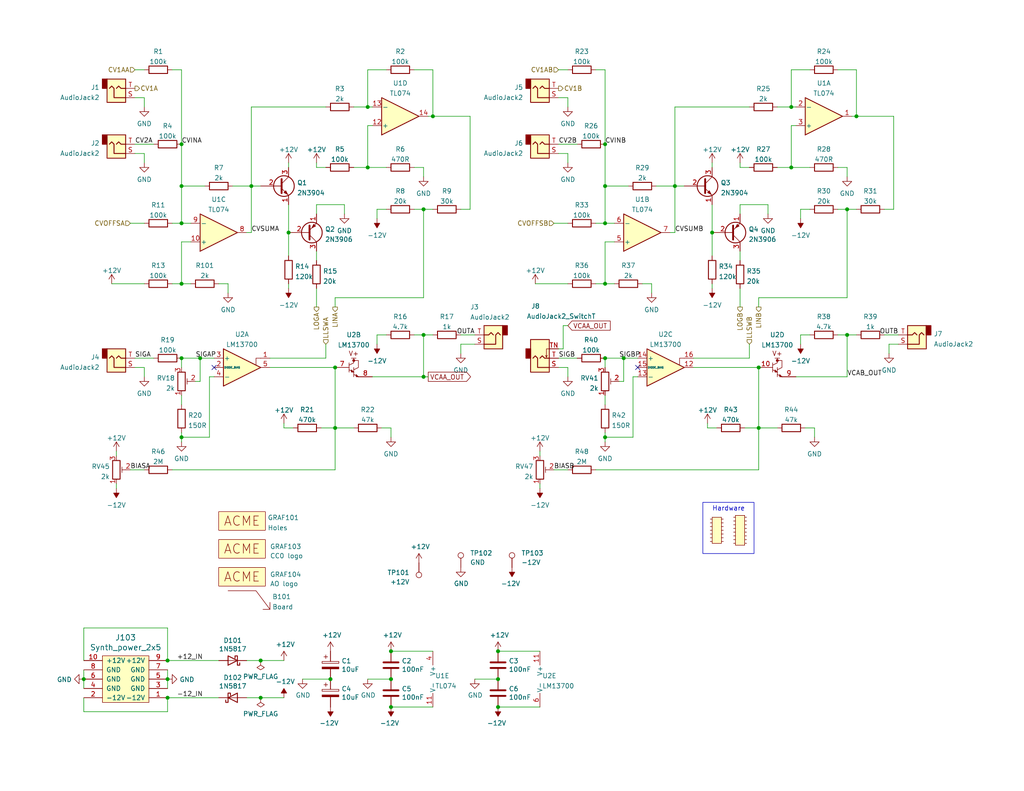
<source format=kicad_sch>
(kicad_sch (version 20230121) (generator eeschema)
  (paper "USLetter")
  (title_block (title "MFOS Dual log/lin VCA") (date "2021-12-19") (company "Rich Holmes / Analog Output") (comment 1 "or neighboring rights to this work. Published from United States.") (comment 2 "To the extent possible under law, Richard Holmes has waived all copyright and related ") (comment 3 "Circuit design by Ray Wilson"))
  (junction (at 100.33 45.72))
  (junction (at 135.89 185.42))
  (junction (at 68.58 50.8))
  (junction (at 106.68 177.8))
  (junction (at 231.14 91.44))
  (junction (at 184.15 50.8))
  (junction (at 91.44 116.84))
  (junction (at 71.12 190.5))
  (junction (at 231.14 57.15))
  (junction (at 71.12 180.34))
  (junction (at 233.68 31.75))
  (junction (at 106.68 185.42))
  (junction (at 115.57 91.44))
  (junction (at 100.33 29.21))
  (junction (at 49.53 39.37))
  (junction (at 165.1 39.37))
  (junction (at 49.53 97.79))
  (junction (at 165.1 119.38))
  (junction (at 49.53 60.96))
  (junction (at 22.86 185.42))
  (junction (at 165.1 77.47))
  (junction (at 49.53 77.47))
  (junction (at 54.61 97.79))
  (junction (at 135.89 193.04))
  (junction (at 118.11 31.75))
  (junction (at 115.57 102.87))
  (junction (at 78.74 63.5))
  (junction (at 49.53 119.38))
  (junction (at 215.9 29.21))
  (junction (at 91.44 100.33))
  (junction (at 115.57 57.15))
  (junction (at 165.1 50.8))
  (junction (at 207.01 116.84))
  (junction (at 90.17 185.42))
  (junction (at 45.72 190.5))
  (junction (at 135.89 177.8))
  (junction (at 165.1 97.79))
  (junction (at 194.31 63.5))
  (junction (at 170.18 97.79))
  (junction (at 165.1 60.96))
  (junction (at 215.9 45.72))
  (junction (at 49.53 50.8))
  (junction (at 106.68 193.04))
  (junction (at 45.72 185.42))
  (junction (at 45.72 180.34))
  (junction (at 207.01 100.33))
  (no_connect (at 58.42 100.33))
  (no_connect (at 173.99 100.33))
  (wire (pts (xy 162.56 60.96) (xy 165.1 60.96)))
  (wire (pts (xy 100.33 19.05) (xy 100.33 29.21)))
  (wire (pts (xy 193.04 116.84) (xy 195.58 116.84)))
  (wire (pts (xy 147.32 177.8) (xy 135.89 177.8)))
  (wire (pts (xy 153.67 88.9) (xy 153.67 95.25)))
  (wire (pts (xy 129.54 185.42) (xy 135.89 185.42)))
  (wire (pts (xy 231.14 57.15) (xy 233.68 57.15)))
  (wire (pts (xy 215.9 34.29) (xy 215.9 45.72)))
  (wire (pts (xy 231.14 102.87) (xy 217.17 102.87)))
  (wire (pts (xy 201.93 71.12) (xy 201.93 68.58)))
  (wire (pts (xy 49.53 120.65) (xy 49.53 119.38)))
  (wire (pts (xy 154.94 26.67) (xy 154.94 29.21)))
  (wire (pts (xy 73.66 97.79) (xy 88.9 97.79)))
  (wire (pts (xy 177.8 77.47) (xy 177.8 80.01)))
  (wire (pts (xy 154.94 100.33) (xy 154.94 102.87)))
  (wire (pts (xy 231.14 91.44) (xy 233.68 91.44)))
  (wire (pts (xy 36.83 41.91) (xy 39.37 41.91)))
  (wire (pts (xy 167.64 77.47) (xy 165.1 77.47)))
  (wire (pts (xy 207.01 81.28) (xy 231.14 81.28)))
  (wire (pts (xy 170.18 104.14) (xy 170.18 97.79)))
  (wire (pts (xy 105.41 19.05) (xy 100.33 19.05)))
  (wire (pts (xy 184.15 63.5) (xy 182.88 63.5)))
  (wire (pts (xy 231.14 81.28) (xy 231.14 57.15)))
  (wire (pts (xy 22.86 190.5) (xy 22.86 194.31)))
  (wire (pts (xy 68.58 50.8) (xy 68.58 63.5)))
  (wire (pts (xy 73.66 100.33) (xy 91.44 100.33)))
  (wire (pts (xy 152.4 19.05) (xy 154.94 19.05)))
  (wire (pts (xy 115.57 57.15) (xy 118.11 57.15)))
  (wire (pts (xy 78.74 69.85) (xy 78.74 63.5)))
  (wire (pts (xy 193.04 115.57) (xy 193.04 116.84)))
  (wire (pts (xy 115.57 81.28) (xy 115.57 57.15)))
  (wire (pts (xy 49.53 66.04) (xy 52.07 66.04)))
  (wire (pts (xy 125.73 93.98) (xy 125.73 96.52)))
  (wire (pts (xy 201.93 44.45) (xy 201.93 45.72)))
  (wire (pts (xy 113.03 19.05) (xy 118.11 19.05)))
  (wire (pts (xy 245.11 91.44) (xy 241.3 91.44)))
  (wire (pts (xy 59.69 77.47) (xy 62.23 77.47)))
  (wire (pts (xy 71.12 180.34) (xy 77.47 180.34)))
  (wire (pts (xy 115.57 91.44) (xy 118.11 91.44)))
  (wire (pts (xy 52.07 77.47) (xy 49.53 77.47)))
  (wire (pts (xy 201.93 45.72) (xy 204.47 45.72)))
  (wire (pts (xy 100.33 45.72) (xy 105.41 45.72)))
  (wire (pts (xy 46.99 128.27) (xy 91.44 128.27)))
  (wire (pts (xy 39.37 41.91) (xy 39.37 44.45)))
  (wire (pts (xy 222.25 116.84) (xy 222.25 119.38)))
  (wire (pts (xy 125.73 57.15) (xy 128.27 57.15)))
  (wire (pts (xy 219.71 116.84) (xy 222.25 116.84)))
  (wire (pts (xy 218.44 91.44) (xy 220.98 91.44)))
  (wire (pts (xy 151.13 128.27) (xy 154.94 128.27)))
  (wire (pts (xy 194.31 45.72) (xy 194.31 44.45)))
  (wire (pts (xy 242.57 93.98) (xy 242.57 96.52)))
  (wire (pts (xy 165.1 119.38) (xy 172.72 119.38)))
  (wire (pts (xy 218.44 91.44) (xy 218.44 93.98)))
  (wire (pts (xy 162.56 77.47) (xy 165.1 77.47)))
  (wire (pts (xy 115.57 102.87) (xy 115.57 91.44)))
  (wire (pts (xy 203.2 116.84) (xy 207.01 116.84)))
  (wire (pts (xy 232.41 31.75) (xy 233.68 31.75)))
  (wire (pts (xy 35.56 60.96) (xy 39.37 60.96)))
  (wire (pts (xy 45.72 190.5) (xy 59.69 190.5)))
  (wire (pts (xy 22.86 180.34) (xy 22.86 171.45)))
  (wire (pts (xy 71.12 50.8) (xy 68.58 50.8)))
  (wire (pts (xy 207.01 116.84) (xy 212.09 116.84)))
  (wire (pts (xy 171.45 50.8) (xy 165.1 50.8)))
  (wire (pts (xy 86.36 71.12) (xy 86.36 68.58)))
  (wire (pts (xy 228.6 19.05) (xy 233.68 19.05)))
  (wire (pts (xy 68.58 29.21) (xy 68.58 50.8)))
  (wire (pts (xy 78.74 63.5) (xy 78.74 55.88)))
  (wire (pts (xy 39.37 26.67) (xy 39.37 29.21)))
  (wire (pts (xy 104.14 116.84) (xy 106.68 116.84)))
  (wire (pts (xy 116.84 102.87) (xy 115.57 102.87)))
  (wire (pts (xy 62.23 77.47) (xy 62.23 80.01)))
  (wire (pts (xy 201.93 58.42) (xy 201.93 55.88)))
  (wire (pts (xy 165.1 39.37) (xy 165.1 50.8)))
  (wire (pts (xy 207.01 128.27) (xy 207.01 116.84)))
  (wire (pts (xy 231.14 102.87) (xy 231.14 91.44)))
  (wire (pts (xy 194.31 63.5) (xy 194.31 55.88)))
  (wire (pts (xy 87.63 116.84) (xy 91.44 116.84)))
  (wire (pts (xy 242.57 93.98) (xy 245.11 93.98)))
  (wire (pts (xy 49.53 60.96) (xy 52.07 60.96)))
  (wire (pts (xy 30.48 77.47) (xy 39.37 77.47)))
  (wire (pts (xy 151.13 60.96) (xy 154.94 60.96)))
  (wire (pts (xy 215.9 29.21) (xy 212.09 29.21)))
  (wire (pts (xy 88.9 97.79) (xy 88.9 93.98)))
  (wire (pts (xy 209.55 55.88) (xy 209.55 58.42)))
  (wire (pts (xy 218.44 59.69) (xy 218.44 57.15)))
  (wire (pts (xy 115.57 102.87) (xy 101.6 102.87)))
  (wire (pts (xy 165.1 120.65) (xy 165.1 119.38)))
  (wire (pts (xy 36.83 39.37) (xy 41.91 39.37)))
  (wire (pts (xy 36.83 100.33) (xy 39.37 100.33)))
  (wire (pts (xy 217.17 29.21) (xy 215.9 29.21)))
  (wire (pts (xy 184.15 29.21) (xy 184.15 50.8)))
  (wire (pts (xy 46.99 19.05) (xy 49.53 19.05)))
  (wire (pts (xy 35.56 128.27) (xy 39.37 128.27)))
  (wire (pts (xy 147.32 124.46) (xy 147.32 123.19)))
  (wire (pts (xy 147.32 133.35) (xy 147.32 132.08)))
  (wire (pts (xy 147.32 193.04) (xy 135.89 193.04)))
  (wire (pts (xy 57.15 119.38) (xy 57.15 102.87)))
  (wire (pts (xy 165.1 66.04) (xy 167.64 66.04)))
  (wire (pts (xy 165.1 119.38) (xy 165.1 118.11)))
  (wire (pts (xy 162.56 19.05) (xy 165.1 19.05)))
  (wire (pts (xy 194.31 78.74) (xy 194.31 77.47)))
  (wire (pts (xy 186.69 50.8) (xy 184.15 50.8)))
  (wire (pts (xy 165.1 100.33) (xy 165.1 97.79)))
  (wire (pts (xy 91.44 116.84) (xy 96.52 116.84)))
  (wire (pts (xy 45.72 182.88) (xy 45.72 185.42)))
  (wire (pts (xy 101.6 34.29) (xy 100.33 34.29)))
  (wire (pts (xy 49.53 50.8) (xy 49.53 60.96)))
  (wire (pts (xy 152.4 41.91) (xy 154.94 41.91)))
  (wire (pts (xy 71.12 190.5) (xy 77.47 190.5)))
  (wire (pts (xy 102.87 91.44) (xy 105.41 91.44)))
  (wire (pts (xy 36.83 19.05) (xy 39.37 19.05)))
  (wire (pts (xy 115.57 45.72) (xy 115.57 48.26)))
  (wire (pts (xy 231.14 45.72) (xy 231.14 48.26)))
  (wire (pts (xy 49.53 119.38) (xy 49.53 118.11)))
  (wire (pts (xy 93.98 55.88) (xy 93.98 58.42)))
  (wire (pts (xy 45.72 194.31) (xy 45.72 190.5)))
  (wire (pts (xy 91.44 128.27) (xy 91.44 116.84)))
  (wire (pts (xy 233.68 31.75) (xy 243.84 31.75)))
  (wire (pts (xy 154.94 88.9) (xy 153.67 88.9)))
  (wire (pts (xy 220.98 19.05) (xy 215.9 19.05)))
  (wire (pts (xy 165.1 97.79) (xy 170.18 97.79)))
  (wire (pts (xy 152.4 39.37) (xy 157.48 39.37)))
  (wire (pts (xy 113.03 45.72) (xy 115.57 45.72)))
  (wire (pts (xy 228.6 57.15) (xy 231.14 57.15)))
  (wire (pts (xy 165.1 77.47) (xy 165.1 66.04)))
  (wire (pts (xy 128.27 57.15) (xy 128.27 31.75)))
  (wire (pts (xy 125.73 93.98) (xy 129.54 93.98)))
  (wire (pts (xy 45.72 171.45) (xy 45.72 180.34)))
  (wire (pts (xy 78.74 45.72) (xy 78.74 44.45)))
  (wire (pts (xy 152.4 100.33) (xy 154.94 100.33)))
  (wire (pts (xy 53.34 104.14) (xy 54.61 104.14)))
  (wire (pts (xy 243.84 57.15) (xy 243.84 31.75)))
  (wire (pts (xy 102.87 91.44) (xy 102.87 93.98)))
  (wire (pts (xy 165.1 60.96) (xy 167.64 60.96)))
  (wire (pts (xy 113.03 91.44) (xy 115.57 91.44)))
  (wire (pts (xy 54.61 104.14) (xy 54.61 97.79)))
  (wire (pts (xy 189.23 97.79) (xy 204.47 97.79)))
  (wire (pts (xy 172.72 102.87) (xy 173.99 102.87)))
  (wire (pts (xy 118.11 177.8) (xy 106.68 177.8)))
  (wire (pts (xy 96.52 45.72) (xy 100.33 45.72)))
  (wire (pts (xy 82.55 185.42) (xy 90.17 185.42)))
  (wire (pts (xy 228.6 91.44) (xy 231.14 91.44)))
  (wire (pts (xy 45.72 185.42) (xy 45.72 187.96)))
  (wire (pts (xy 55.88 50.8) (xy 49.53 50.8)))
  (wire (pts (xy 49.53 97.79) (xy 54.61 97.79)))
  (wire (pts (xy 146.05 77.47) (xy 154.94 77.47)))
  (wire (pts (xy 241.3 57.15) (xy 243.84 57.15)))
  (wire (pts (xy 36.83 97.79) (xy 41.91 97.79)))
  (wire (pts (xy 204.47 97.79) (xy 204.47 93.98)))
  (wire (pts (xy 204.47 29.21) (xy 184.15 29.21)))
  (wire (pts (xy 63.5 50.8) (xy 68.58 50.8)))
  (wire (pts (xy 100.33 34.29) (xy 100.33 45.72)))
  (wire (pts (xy 165.1 19.05) (xy 165.1 39.37)))
  (wire (pts (xy 54.61 97.79) (xy 58.42 97.79)))
  (wire (pts (xy 168.91 104.14) (xy 170.18 104.14)))
  (wire (pts (xy 49.53 39.37) (xy 49.53 50.8)))
  (wire (pts (xy 31.75 124.46) (xy 31.75 123.19)))
  (wire (pts (xy 207.01 83.82) (xy 207.01 81.28)))
  (wire (pts (xy 86.36 83.82) (xy 86.36 78.74)))
  (wire (pts (xy 68.58 63.5) (xy 67.31 63.5)))
  (wire (pts (xy 78.74 78.74) (xy 78.74 77.47)))
  (wire (pts (xy 212.09 45.72) (xy 215.9 45.72)))
  (wire (pts (xy 77.47 115.57) (xy 77.47 116.84)))
  (wire (pts (xy 118.11 31.75) (xy 128.27 31.75)))
  (wire (pts (xy 49.53 119.38) (xy 57.15 119.38)))
  (wire (pts (xy 129.54 91.44) (xy 125.73 91.44)))
  (wire (pts (xy 67.31 190.5) (xy 71.12 190.5)))
  (wire (pts (xy 91.44 81.28) (xy 115.57 81.28)))
  (wire (pts (xy 228.6 45.72) (xy 231.14 45.72)))
  (wire (pts (xy 217.17 34.29) (xy 215.9 34.29)))
  (wire (pts (xy 233.68 19.05) (xy 233.68 31.75)))
  (wire (pts (xy 100.33 185.42) (xy 106.68 185.42)))
  (wire (pts (xy 207.01 100.33) (xy 207.01 116.84)))
  (wire (pts (xy 49.53 19.05) (xy 49.53 39.37)))
  (wire (pts (xy 184.15 50.8) (xy 184.15 63.5)))
  (wire (pts (xy 102.87 59.69) (xy 102.87 57.15)))
  (wire (pts (xy 175.26 77.47) (xy 177.8 77.47)))
  (wire (pts (xy 49.53 77.47) (xy 49.53 66.04)))
  (wire (pts (xy 45.72 180.34) (xy 59.69 180.34)))
  (wire (pts (xy 106.68 116.84) (xy 106.68 119.38)))
  (wire (pts (xy 118.11 193.04) (xy 106.68 193.04)))
  (wire (pts (xy 172.72 119.38) (xy 172.72 102.87)))
  (wire (pts (xy 46.99 77.47) (xy 49.53 77.47)))
  (wire (pts (xy 194.31 69.85) (xy 194.31 63.5)))
  (wire (pts (xy 86.36 55.88) (xy 93.98 55.88)))
  (wire (pts (xy 179.07 50.8) (xy 184.15 50.8)))
  (wire (pts (xy 152.4 26.67) (xy 154.94 26.67)))
  (wire (pts (xy 116.84 31.75) (xy 118.11 31.75)))
  (wire (pts (xy 189.23 100.33) (xy 207.01 100.33)))
  (wire (pts (xy 46.99 60.96) (xy 49.53 60.96)))
  (wire (pts (xy 100.33 29.21) (xy 96.52 29.21)))
  (wire (pts (xy 201.93 55.88) (xy 209.55 55.88)))
  (wire (pts (xy 170.18 97.79) (xy 173.99 97.79)))
  (wire (pts (xy 91.44 100.33) (xy 91.44 116.84)))
  (wire (pts (xy 77.47 116.84) (xy 80.01 116.84)))
  (wire (pts (xy 101.6 29.21) (xy 100.33 29.21)))
  (wire (pts (xy 165.1 110.49) (xy 165.1 107.95)))
  (wire (pts (xy 113.03 57.15) (xy 115.57 57.15)))
  (wire (pts (xy 165.1 50.8) (xy 165.1 60.96)))
  (wire (pts (xy 39.37 100.33) (xy 39.37 102.87)))
  (wire (pts (xy 152.4 97.79) (xy 157.48 97.79)))
  (wire (pts (xy 86.36 45.72) (xy 88.9 45.72)))
  (wire (pts (xy 215.9 45.72) (xy 220.98 45.72)))
  (wire (pts (xy 102.87 57.15) (xy 105.41 57.15)))
  (wire (pts (xy 218.44 57.15) (xy 220.98 57.15)))
  (wire (pts (xy 215.9 19.05) (xy 215.9 29.21)))
  (wire (pts (xy 57.15 102.87) (xy 58.42 102.87)))
  (wire (pts (xy 162.56 128.27) (xy 207.01 128.27)))
  (wire (pts (xy 22.86 171.45) (xy 45.72 171.45)))
  (wire (pts (xy 91.44 83.82) (xy 91.44 81.28)))
  (wire (pts (xy 86.36 44.45) (xy 86.36 45.72)))
  (wire (pts (xy 49.53 110.49) (xy 49.53 107.95)))
  (wire (pts (xy 201.93 83.82) (xy 201.93 78.74)))
  (wire (pts (xy 22.86 185.42) (xy 22.86 187.96)))
  (wire (pts (xy 86.36 58.42) (xy 86.36 55.88)))
  (wire (pts (xy 154.94 41.91) (xy 154.94 44.45)))
  (wire (pts (xy 67.31 180.34) (xy 71.12 180.34)))
  (wire (pts (xy 49.53 100.33) (xy 49.53 97.79)))
  (wire (pts (xy 31.75 133.35) (xy 31.75 132.08)))
  (wire (pts (xy 36.83 26.67) (xy 39.37 26.67)))
  (wire (pts (xy 22.86 182.88) (xy 22.86 185.42)))
  (wire (pts (xy 22.86 194.31) (xy 45.72 194.31)))
  (wire (pts (xy 88.9 29.21) (xy 68.58 29.21)))
  (wire (pts (xy 153.67 95.25) (xy 152.4 95.25)))
  (wire (pts (xy 118.11 19.05) (xy 118.11 31.75)))
  (rectangle (start 191.77 137.16) (end 205.74 151.13))
  (text "Hardware" (at 194.31 139.7 0) (effects (font (size 1.27 1.27)) (justify left bottom)))
  (label "CVINA" (at 49.53 39.37 0))
  (label "CV2A" (at 36.83 39.37 0))
  (label "OUTA" (at 129.54 91.44 180))
  (label "+12_IN" (at 48.26 180.34 0))
  (label "CVSUMA" (at 68.58 63.5 0))
  (label "CVINB" (at 165.1 39.37 0))
  (label "CVSUMB" (at 184.15 63.5 0))
  (label "CV2B" (at 152.4 39.37 0))
  (label "OUTB" (at 245.11 91.44 180))
  (label "VCAB_OUT" (at 231.14 102.87 0))
  (label "BIASB" (at 151.13 128.27 0))
  (label "BIASA" (at 35.56 128.27 0))
  (label "SIGBP" (at 168.91 97.79 0))
  (label "-12_IN" (at 48.26 190.5 0))
  (label "SIGB" (at 152.4 97.79 0))
  (label "SIGA" (at 36.83 97.79 0))
  (label "SIGAP" (at 53.34 97.79 0))
  (global_label "VCAA_OUT" (shape output) (at 116.84 102.87 0) (property "Intersheetrefs" "${INTERSHEET_REFS}" (effects hide)))
  (global_label "VCAA_OUT" (shape input) (at 154.94 88.9 0) (property "Intersheetrefs" "${INTERSHEET_REFS}" (effects hide)))
  (hierarchical_label "LLSWB" (shape input) (at 204.47 93.98 90))
  (hierarchical_label "LOGB" (shape output) (at 201.93 83.82 270))
  (hierarchical_label "CV1AA" (shape input) (at 36.83 19.05 180))
  (hierarchical_label "LLSWA" (shape input) (at 88.9 93.98 90))
  (hierarchical_label "LINA" (shape output) (at 91.44 83.82 270))
  (hierarchical_label "LINB" (shape output) (at 207.01 83.82 270))
  (hierarchical_label "CVOFFSB" (shape input) (at 151.13 60.96 180))
  (hierarchical_label "CV1A" (shape output) (at 36.83 24.13 0))
  (hierarchical_label "LOGA" (shape output) (at 86.36 83.82 270))
  (hierarchical_label "CV1AB" (shape input) (at 152.4 19.05 180))
  (hierarchical_label "CVOFFSA" (shape input) (at 35.56 60.96 180))
  (hierarchical_label "CV1B" (shape output) (at 152.4 24.13 0))
  (symbol (lib_id "AO_symbols:R") (at 224.79 45.72 90) (unit 1)
    (property "Reference" "R28" (at 224.79 40.7375 90))
    (property "Value" "470R" (at 224.79 43.5126 90))
    (property "Footprint" "AO_tht:R_Axial_DIN0207_L6.3mm_D2.5mm_P10.16mm_Horizontal" (effects hide))
    (property "Vendor" "Tayda" (effects hide))
  )
  (symbol (lib_id "power:GND") (at 129.54 185.42 0) (unit 1)
    (property "Reference" "#PWR0152" (effects hide))
    (property "Value" "GND" (at 129.667 189.8142 0))
  )
  (symbol (lib_id "AO_symbols:CP") (at 90.17 189.23 0) (unit 1)
    (property "Reference" "C4" (at 93.1672 188.0616 0) (effects (justify left)))
    (property "Value" "10uF" (at 93.1672 190.373 0) (effects (justify left)))
    (property "Footprint" "AO_tht:CP_Radial_D6.3mm_P2.50mm" (effects hide))
    (property "Vendor" "Tayda" (effects hide))
    (property "SKU" "A-4349" (effects hide))
    (property "Description" "Electrolytic capacitor, 2.5 mm pitch" (effects hide))
  )
  (symbol (lib_id "AO_symbols:TestPoint") (at 114.3 153.67 0) (mirror x) (unit 1) (in_bom no)
    (property "Reference" "TP101" (at 111.76 156.337 0) (effects (justify right)))
    (property "Value" "+12V" (at 111.76 158.877 0) (effects (justify right)))
    (property "Footprint" "AO_tht:TestPoint_THTPad_D1.5mm_Drill0.7mm" (effects hide))
    (property "Config" "DNF" (effects hide))
    (instances (project "dualvca" (path "" (reference "TP101") (unit 1))) (project "otherstuff" (path "" (reference "TP7") (unit 1))))
  )
  (symbol (lib_id "AO_symbols:R") (at 59.69 50.8 90) (unit 1)
    (property "Reference" "R7" (at 59.69 45.8175 90))
    (property "Value" "2k" (at 59.69 48.5926 90))
    (property "Footprint" "AO_tht:R_Axial_DIN0207_L6.3mm_D2.5mm_P10.16mm_Horizontal" (effects hide))
    (property "Vendor" "Tayda" (effects hide))
  )
  (symbol (lib_id "AO_symbols:R") (at 43.18 77.47 90) (unit 1)
    (property "Reference" "R13" (at 43.18 72.4875 90))
    (property "Value" "100k" (at 43.18 75.2626 90))
    (property "Footprint" "AO_tht:R_Axial_DIN0207_L6.3mm_D2.5mm_P10.16mm_Horizontal" (effects hide))
    (property "Vendor" "Tayda" (effects hide))
  )
  (symbol (lib_id "AO_symbols:AudioJack2") (at 134.62 91.44 180) (unit 1)
    (property "Reference" "J3" (at 128.27 83.82 0) (effects (justify right)))
    (property "Value" "AudioJack2" (at 128.27 86.5951 0) (effects (justify right)))
    (property "Footprint" "AO_tht:Jack_6.35mm_PJ_629HAN_slots" (effects hide))
    (property "Vendor" "Tayda" (effects hide))
    (property "SKU" "A-1121" (effects hide))
  )
  (symbol (lib_id "power:GND") (at 209.55 58.42 0) (unit 1)
    (property "Reference" "#PWR0122" (effects hide))
    (property "Value" "GND" (at 209.55 62.9825 0))
  )
  (symbol (lib_id "power:GND") (at 125.73 154.94 0) (unit 1)
    (property "Reference" "#PWR023" (effects hide))
    (property "Value" "GND" (at 125.857 159.3342 0))
  )
  (symbol (lib_id "AO_symbols:TestPoint") (at 139.7 154.94 0) (unit 1) (in_bom no)
    (property "Reference" "TP103" (at 142.24 151.003 0) (effects (justify left)))
    (property "Value" "-12V" (at 142.24 153.543 0) (effects (justify left)))
    (property "Footprint" "AO_tht:TestPoint_THTPad_D1.5mm_Drill0.7mm" (effects hide))
    (property "Config" "DNF" (effects hide))
    (instances (project "dualvca" (path "" (reference "TP103") (unit 1))) (project "otherstuff" (path "" (reference "TP9") (unit 1))))
  )
  (symbol (lib_id "power:GND") (at 154.94 44.45 0) (unit 1)
    (property "Reference" "#PWR0116" (effects hide))
    (property "Value" "GND" (at 154.94 49.0125 0))
  )
  (symbol (lib_id "AO_symbols:TL074") (at 109.22 31.75 0) (mirror x) (unit 4)
    (property "Reference" "U1" (at 109.22 22.7035 0))
    (property "Value" "TL074" (at 109.22 25.4786 0))
    (property "Footprint" "AO_tht:DIP-14_W7.62mm_Socket_LongPads" (effects hide))
    (property "Vendor" "Tayda" (effects hide))
    (property "SKU" "A-1138" (effects hide))
  )
  (symbol (lib_id "AO_symbols:AudioJack2_SwitchT") (at 147.32 97.79 0) (mirror x) (unit 1)
    (property "Reference" "J8" (at 147.32 83.5849 0) (effects (justify right)))
    (property "Value" "AudioJack2_SwitchT" (at 162.56 86.36 0) (effects (justify right)))
    (property "Footprint" "AO_tht:Jack_6.35mm_PJ_629HAN_slots" (effects hide))
    (property "Vendor" "Tayda" (effects hide))
    (property "SKU" "A-1121" (effects hide))
  )
  (symbol (lib_id "AO_symbols:R") (at 158.75 60.96 90) (unit 1)
    (property "Reference" "R33" (at 158.75 55.9775 90))
    (property "Value" "100k" (at 158.75 58.7526 90))
    (property "Footprint" "AO_tht:R_Axial_DIN0207_L6.3mm_D2.5mm_P10.16mm_Horizontal" (effects hide))
    (property "Vendor" "Tayda" (effects hide))
  )
  (symbol (lib_id "AO_symbols:R") (at 83.82 116.84 90) (unit 1)
    (property "Reference" "R21" (at 83.82 111.8575 90))
    (property "Value" "470k" (at 83.82 114.6326 90))
    (property "Footprint" "AO_tht:R_Axial_DIN0207_L6.3mm_D2.5mm_P10.16mm_Horizontal" (effects hide))
    (property "Vendor" "Tayda" (effects hide))
  )
  (symbol (lib_id "AO_symbols:TL074") (at 224.79 31.75 0) (mirror x) (unit 1)
    (property "Reference" "U1" (at 224.79 22.7035 0))
    (property "Value" "TL074" (at 224.79 25.4786 0))
    (property "Footprint" "AO_tht:DIP-14_W7.62mm_Socket_LongPads" (effects hide))
    (property "Vendor" "Tayda" (effects hide))
    (property "SKU" "A-1138" (effects hide))
  )
  (symbol (lib_id "AO_symbols:Graphic") (at 66.04 142.24 0) (unit 1) (in_bom no)
    (property "Reference" "GRAF101" (at 73.025 141.3315 0) (effects (justify left)))
    (property "Value" "Holes" (at 73.025 144.1066 0) (effects (justify left)))
    (property "Footprint" "mfos_vca-panel:mfos_vca_panel_100_holes" (effects hide))
    (property "Config" "DNF" (effects hide))
  )
  (symbol (lib_id "power:GND") (at 93.98 58.42 0) (unit 1)
    (property "Reference" "#PWR0121" (effects hide))
    (property "Value" "GND" (at 93.98 62.9825 0))
  )
  (symbol (lib_id "power:PWR_FLAG") (at 71.12 190.5 0) (mirror x) (unit 1)
    (property "Reference" "#FLG0102" (effects hide))
    (property "Value" "PWR_FLAG" (at 71.12 194.8942 0))
  )
  (symbol (lib_id "AO_symbols:R_POT_TRIM_3296W") (at 147.32 128.27 0) (mirror x) (unit 1)
    (property "Reference" "RV47" (at 145.542 127.3615 0) (effects (justify right)))
    (property "Value" "2k" (at 145.542 130.1366 0) (effects (justify right)))
    (property "Footprint" "AO_tht:Potentiometer_Bourns_3296W_Vertical_standard" (effects hide))
    (property "Vendor" "Tayda" (effects hide))
    (property "Manufacturer" "Bourns" (effects hide))
    (property "Part" "3296W" (effects hide))
  )
  (symbol (lib_id "AO_symbols:C") (at 135.89 189.23 0) (unit 1)
    (property "Reference" "C6" (at 138.811 188.0616 0) (effects (justify left)))
    (property "Value" "100nF" (at 138.811 190.373 0) (effects (justify left)))
    (property "Footprint" "AO_tht:C_Disc_D3.0mm_W1.6mm_P2.50mm" (effects hide))
    (property "Vendor" "Tayda" (effects hide))
    (property "SKU" "A-553" (effects hide))
    (property "Description" "Ceramic disc capacitor, 5 mm pitch" (effects hide))
  )
  (symbol (lib_id "AO_symbols:R") (at 194.31 73.66 0) (unit 1)
    (property "Reference" "R34" (at 196.088 72.7515 0) (effects (justify left)))
    (property "Value" "120k" (at 196.088 75.5266 0) (effects (justify left)))
    (property "Footprint" "AO_tht:R_Axial_DIN0207_L6.3mm_D2.5mm_P10.16mm_Horizontal" (effects hide))
    (property "Vendor" "Tayda" (effects hide))
  )
  (symbol (lib_id "AO_symbols:1N5817") (at 63.5 190.5 0) (mirror x) (unit 1)
    (property "Reference" "D102" (at 63.5 185.0136 0))
    (property "Value" "1N5817" (at 63.5 187.325 0))
    (property "Footprint" "AO_tht:D_DO-41_SOD81_P10.16mm_Horizontal" (effects hide))
    (property "Vendor" "Tayda" (effects hide))
    (property "SKU" "A-159" (effects hide))
  )
  (symbol (lib_id "AO_symbols:R") (at 158.75 128.27 90) (unit 1)
    (property "Reference" "R48" (at 158.75 123.2875 90))
    (property "Value" "2M" (at 158.75 126.0626 90))
    (property "Footprint" "AO_tht:R_Axial_DIN0207_L6.3mm_D2.5mm_P10.16mm_Horizontal" (effects hide))
    (property "Vendor" "Tayda" (effects hide))
  )
  (symbol (lib_id "power:+12V") (at 77.47 180.34 0) (unit 1)
    (property "Reference" "#PWR0105" (effects hide))
    (property "Value" "+12V" (at 77.851 175.9458 0))
  )
  (symbol (lib_id "AO_symbols:R") (at 109.22 19.05 90) (unit 1)
    (property "Reference" "R2" (at 109.22 14.0675 90))
    (property "Value" "100k" (at 109.22 16.8426 90))
    (property "Footprint" "AO_tht:R_Axial_DIN0207_L6.3mm_D2.5mm_P10.16mm_Horizontal" (effects hide))
    (property "Vendor" "Tayda" (effects hide))
  )
  (symbol (lib_id "AO_symbols:LM13700") (at 66.04 100.33 0) (mirror x) (unit 1)
    (property "Reference" "U2" (at 66.04 91.2835 0))
    (property "Value" "LM13700" (at 66.04 94.0586 0))
    (property "Footprint" "AO_tht:DIP-16_W7.62mm_Socket_LongPads" (effects hide))
    (property "Vendor" "Tayda" (effects hide))
    (property "SKU" "A-900" (effects hide))
  )
  (symbol (lib_id "power:GND") (at 125.73 96.52 0) (mirror y) (unit 1)
    (property "Reference" "#PWR0133" (effects hide))
    (property "Value" "GND" (at 125.73 101.0825 0))
  )
  (symbol (lib_id "power:-12V") (at 102.87 93.98 0) (mirror x) (unit 1)
    (property "Reference" "#PWR0131" (effects hide))
    (property "Value" "-12V" (at 102.87 98.5425 0))
  )
  (symbol (lib_id "power:+12V") (at 146.05 77.47 0) (unit 1)
    (property "Reference" "#PWR0126" (effects hide))
    (property "Value" "+12V" (at 146.05 73.8655 0))
  )
  (symbol (lib_id "AO_symbols:LM13700") (at 214.63 100.33 0) (unit 4)
    (property "Reference" "U2" (at 212.09 91.4199 0))
    (property "Value" "LM13700" (at 212.09 94.195 0))
    (property "Footprint" "AO_tht:DIP-16_W7.62mm_Socket_LongPads" (effects hide))
    (property "Vendor" "Tayda" (effects hide))
    (property "SKU" "A-900" (effects hide))
  )
  (symbol (lib_id "AO_symbols:R") (at 161.29 39.37 90) (unit 1)
    (property "Reference" "R26" (at 161.29 34.3875 90))
    (property "Value" "100k" (at 161.29 37.1626 90))
    (property "Footprint" "AO_tht:R_Axial_DIN0207_L6.3mm_D2.5mm_P10.16mm_Horizontal" (effects hide))
    (property "Vendor" "Tayda" (effects hide))
  )
  (symbol (lib_id "AO_symbols:LM13700") (at 99.06 100.33 0) (unit 2)
    (property "Reference" "U2" (at 96.52 91.4199 0))
    (property "Value" "LM13700" (at 96.52 94.195 0))
    (property "Footprint" "AO_tht:DIP-16_W7.62mm_Socket_LongPads" (effects hide))
    (property "Vendor" "Tayda" (effects hide))
    (property "SKU" "A-900" (effects hide))
  )
  (symbol (lib_id "AO_symbols:R") (at 43.18 19.05 90) (unit 1)
    (property "Reference" "R1" (at 43.18 14.0675 90))
    (property "Value" "100k" (at 43.18 16.8426 90))
    (property "Footprint" "AO_tht:R_Axial_DIN0207_L6.3mm_D2.5mm_P10.16mm_Horizontal" (effects hide))
    (property "Vendor" "Tayda" (effects hide))
  )
  (symbol (lib_id "AO_symbols:R_POT_TRIM_3296W") (at 31.75 128.27 0) (mirror x) (unit 1)
    (property "Reference" "RV45" (at 29.972 127.3615 0) (effects (justify right)))
    (property "Value" "2k" (at 29.972 130.1366 0) (effects (justify right)))
    (property "Footprint" "AO_tht:Potentiometer_Bourns_3296W_Vertical_standard" (effects hide))
    (property "Vendor" "Tayda" (effects hide))
    (property "Manufacturer" "Bourns" (effects hide))
    (property "Part" "3296W" (effects hide))
  )
  (symbol (lib_id "AO_symbols:R") (at 45.72 97.79 90) (unit 1)
    (property "Reference" "R19" (at 45.72 92.8075 90))
    (property "Value" "100k" (at 45.72 95.5826 90))
    (property "Footprint" "AO_tht:R_Axial_DIN0207_L6.3mm_D2.5mm_P10.16mm_Horizontal" (effects hide))
    (property "Vendor" "Tayda" (effects hide))
  )
  (symbol (lib_id "AO_symbols:AudioJack2") (at 31.75 24.13 0) (mirror x) (unit 1)
    (property "Reference" "J1" (at 27.1781 23.8565 0) (effects (justify right)))
    (property "Value" "AudioJack2" (at 27.1781 26.6316 0) (effects (justify right)))
    (property "Footprint" "AO_tht:Jack_6.35mm_PJ_629HAN_slots" (effects hide))
    (property "Vendor" "Tayda" (effects hide))
    (property "SKU" "A-1121" (effects hide))
  )
  (symbol (lib_id "power:-12V") (at 147.32 133.35 0) (mirror x) (unit 1)
    (property "Reference" "#PWR0150" (effects hide))
    (property "Value" "-12V" (at 147.32 137.9125 0))
  )
  (symbol (lib_id "power:GND") (at 45.72 185.42 90) (mirror x) (unit 1)
    (property "Reference" "#PWR0104" (effects hide))
    (property "Value" "GND" (at 48.9712 185.547 90) (effects (justify right)))
  )
  (symbol (lib_id "power:GND") (at 39.37 29.21 0) (unit 1)
    (property "Reference" "#PWR0111" (effects hide))
    (property "Value" "GND" (at 39.37 33.7725 0))
  )
  (symbol (lib_id "power:GND") (at 100.33 185.42 0) (unit 1)
    (property "Reference" "#PWR0102" (effects hide))
    (property "Value" "GND" (at 100.457 189.8142 0))
  )
  (symbol (lib_id "AO_symbols:R") (at 49.53 114.3 0) (unit 1)
    (property "Reference" "R20" (at 51.308 113.3915 0) (effects (justify left)))
    (property "Value" "150R" (at 51.308 116.1666 0) (effects (justify left)))
    (property "Footprint" "AO_tht:R_Axial_DIN0207_L6.3mm_D2.5mm_P10.16mm_Horizontal" (effects hide))
    (property "Vendor" "Tayda" (effects hide))
  )
  (symbol (lib_id "power:+12V") (at 78.74 44.45 0) (unit 1)
    (property "Reference" "#PWR0114" (effects hide))
    (property "Value" "+12V" (at 78.74 40.8455 0))
  )
  (symbol (lib_id "power:+12V") (at 77.47 115.57 0) (unit 1)
    (property "Reference" "#PWR0137" (effects hide))
    (property "Value" "+12V" (at 77.47 111.9655 0))
  )
  (symbol (lib_id "AO_symbols:R") (at 175.26 50.8 90) (unit 1)
    (property "Reference" "R29" (at 175.26 45.8175 90))
    (property "Value" "2k" (at 175.26 48.5926 90))
    (property "Footprint" "AO_tht:R_Axial_DIN0207_L6.3mm_D2.5mm_P10.16mm_Horizontal" (effects hide))
    (property "Vendor" "Tayda" (effects hide))
  )
  (symbol (lib_id "power:+12V") (at 193.04 115.57 0) (unit 1)
    (property "Reference" "#PWR0138" (effects hide))
    (property "Value" "+12V" (at 193.04 111.9655 0))
  )
  (symbol (lib_id "AO_symbols:TestPoint") (at 125.73 154.94 0) (unit 1) (in_bom no)
    (property "Reference" "TP102" (at 128.27 151.003 0) (effects (justify left)))
    (property "Value" "GND" (at 128.27 153.543 0) (effects (justify left)))
    (property "Footprint" "AO_tht:TestPoint_THTPad_D1.5mm_Drill0.7mm" (effects hide))
    (property "Config" "DNF" (effects hide))
    (instances (project "dualvca" (path "" (reference "TP102") (unit 1))) (project "otherstuff" (path "" (reference "TP8") (unit 1))))
  )
  (symbol (lib_id "power:GND") (at 177.8 80.01 0) (unit 1)
    (property "Reference" "#PWR0130" (effects hide))
    (property "Value" "GND" (at 177.8 84.5725 0))
  )
  (symbol (lib_id "power:GND") (at 62.23 80.01 0) (unit 1)
    (property "Reference" "#PWR0129" (effects hide))
    (property "Value" "GND" (at 62.23 84.5725 0))
  )
  (symbol (lib_id "power:-12V") (at 135.89 193.04 180) (unit 1)
    (property "Reference" "#PWR0153" (effects hide))
    (property "Value" "-12V" (at 135.509 197.4342 0))
  )
  (symbol (lib_id "AO_symbols:R") (at 92.71 29.21 90) (unit 1)
    (property "Reference" "R3" (at 92.71 24.2275 90))
    (property "Value" "2k" (at 92.71 27.0026 90))
    (property "Footprint" "AO_tht:R_Axial_DIN0207_L6.3mm_D2.5mm_P10.16mm_Horizontal" (effects hide))
    (property "Vendor" "Tayda" (effects hide))
  )
  (symbol (lib_id "power:GND") (at 165.1 120.65 0) (unit 1)
    (property "Reference" "#PWR0142" (effects hide))
    (property "Value" "GND" (at 165.1 125.2125 0))
  )
  (symbol (lib_id "AO_symbols:R_POT_TRIM_3296W") (at 49.53 104.14 0) (mirror x) (unit 1)
    (property "Reference" "RV18" (at 47.752 103.2315 0) (effects (justify right)))
    (property "Value" "2k" (at 47.752 106.0066 0) (effects (justify right)))
    (property "Footprint" "AO_tht:Potentiometer_Bourns_3296W_Vertical_standard" (effects hide))
    (property "Vendor" "Tayda" (effects hide))
    (property "Manufacturer" "Bourns" (effects hide))
    (property "Part" "3296W" (effects hide))
  )
  (symbol (lib_id "AO_symbols:R") (at 158.75 77.47 90) (unit 1)
    (property "Reference" "R36" (at 158.75 72.4875 90))
    (property "Value" "100k" (at 158.75 75.2626 90))
    (property "Footprint" "AO_tht:R_Axial_DIN0207_L6.3mm_D2.5mm_P10.16mm_Horizontal" (effects hide))
    (property "Vendor" "Tayda" (effects hide))
  )
  (symbol (lib_id "AO_symbols:R") (at 208.28 45.72 90) (unit 1)
    (property "Reference" "R27" (at 208.28 40.7375 90))
    (property "Value" "100k" (at 208.28 43.5126 90))
    (property "Footprint" "AO_tht:R_Axial_DIN0207_L6.3mm_D2.5mm_P10.16mm_Horizontal" (effects hide))
    (property "Vendor" "Tayda" (effects hide))
  )
  (symbol (lib_id "AO_symbols:2N3904") (at 191.77 50.8 0) (unit 1)
    (property "Reference" "Q3" (at 196.6214 49.8915 0) (effects (justify left)))
    (property "Value" "2N3904" (at 196.6214 52.6666 0) (effects (justify left)))
    (property "Footprint" "AO_tht:TO-92_Inline_Wide" (effects hide))
    (property "Vendor" "Tayda" (effects hide))
    (property "SKU" "A-111" (effects hide))
  )
  (symbol (lib_id "power:+12V") (at 90.17 177.8 0) (unit 1)
    (property "Reference" "#PWR0106" (effects hide))
    (property "Value" "+12V" (at 90.551 173.4058 0))
  )
  (symbol (lib_id "AO_symbols:R") (at 100.33 116.84 90) (unit 1)
    (property "Reference" "R22" (at 100.33 111.8575 90))
    (property "Value" "47k" (at 100.33 114.6326 90))
    (property "Footprint" "AO_tht:R_Axial_DIN0207_L6.3mm_D2.5mm_P10.16mm_Horizontal" (effects hide))
    (property "Vendor" "Tayda" (effects hide))
  )
  (symbol (lib_id "power:-12V") (at 78.74 78.74 0) (mirror x) (unit 1)
    (property "Reference" "#PWR0127" (effects hide))
    (property "Value" "-12V" (at 78.74 83.3025 0))
  )
  (symbol (lib_id "power:+12V") (at 201.93 44.45 0) (unit 1)
    (property "Reference" "#PWR0118" (effects hide))
    (property "Value" "+12V" (at 201.93 40.8455 0))
  )
  (symbol (lib_id "AO_symbols:TL074") (at 120.65 185.42 0) (unit 5)
    (property "Reference" "U1" (at 118.745 184.5115 0) (effects (justify left)))
    (property "Value" "TL074" (at 118.745 187.2866 0) (effects (justify left)))
    (property "Footprint" "AO_tht:DIP-14_W7.62mm_Socket_LongPads" (effects hide))
    (property "Vendor" "Tayda" (effects hide))
    (property "SKU" "A-1138" (effects hide))
  )
  (symbol (lib_id "AO_symbols:Synth_power_2x5") (at 34.29 185.42 0) (unit 1)
    (property "Reference" "J103" (at 34.29 174.0662 0) (effects (font (size 1.524 1.524))))
    (property "Value" "Synth_power_2x5" (at 34.29 176.7586 0) (effects (font (size 1.524 1.524))))
    (property "Footprint" "AO_tht:Power_Header" (effects hide))
    (property "Vendor" "Tayda" (effects hide))
    (property "SKU" "A-2939" (effects hide))
  )
  (symbol (lib_id "AO_symbols:R") (at 208.28 29.21 90) (unit 1)
    (property "Reference" "R25" (at 208.28 24.2275 90))
    (property "Value" "2k" (at 208.28 27.0026 90))
    (property "Footprint" "AO_tht:R_Axial_DIN0207_L6.3mm_D2.5mm_P10.16mm_Horizontal" (effects hide))
    (property "Vendor" "Tayda" (effects hide))
  )
  (symbol (lib_id "AO_symbols:2N3906") (at 199.39 63.5 0) (mirror x) (unit 1)
    (property "Reference" "Q4" (at 204.2414 62.5915 0) (effects (justify left)))
    (property "Value" "2N3906" (at 204.2414 65.3666 0) (effects (justify left)))
    (property "Footprint" "AO_tht:TO-92_Inline_Wide" (effects hide))
    (property "Datasheet" "https://www.onsemi.com/pub/Collateral/2N3906-D.PDF" (effects hide))
    (property "Vendor" "Tayda" (effects hide))
    (property "SKU" "A-117" (effects hide))
  )
  (symbol (lib_id "AO_symbols:AudioJack2") (at 147.32 24.13 0) (mirror x) (unit 1)
    (property "Reference" "J5" (at 142.7481 23.8565 0) (effects (justify right)))
    (property "Value" "AudioJack2" (at 142.7481 26.6316 0) (effects (justify right)))
    (property "Footprint" "AO_tht:Jack_6.35mm_PJ_629HAN_slots" (effects hide))
    (property "Vendor" "Tayda" (effects hide))
    (property "SKU" "A-1121" (effects hide))
  )
  (symbol (lib_id "AO_symbols:R") (at 215.9 116.84 90) (unit 1)
    (property "Reference" "R44" (at 215.9 111.8575 90))
    (property "Value" "47k" (at 215.9 114.6326 90))
    (property "Footprint" "AO_tht:R_Axial_DIN0207_L6.3mm_D2.5mm_P10.16mm_Horizontal" (effects hide))
    (property "Vendor" "Tayda" (effects hide))
  )
  (symbol (lib_id "AO_symbols:R") (at 165.1 114.3 0) (unit 1)
    (property "Reference" "R42" (at 166.878 113.3915 0) (effects (justify left)))
    (property "Value" "150R" (at 166.878 116.1666 0) (effects (justify left)))
    (property "Footprint" "AO_tht:R_Axial_DIN0207_L6.3mm_D2.5mm_P10.16mm_Horizontal" (effects hide))
    (property "Vendor" "Tayda" (effects hide))
  )
  (symbol (lib_id "AO_symbols:R_POT_TRIM_3296W") (at 165.1 104.14 0) (mirror x) (unit 1)
    (property "Reference" "RV41" (at 163.322 103.2315 0) (effects (justify right)))
    (property "Value" "2k" (at 163.322 106.0066 0) (effects (justify right)))
    (property "Footprint" "AO_tht:Potentiometer_Bourns_3296W_Vertical_standard" (effects hide))
    (property "Vendor" "Tayda" (effects hide))
    (property "Manufacturer" "Bourns" (effects hide))
    (property "Part" "3296W" (effects hide))
  )
  (symbol (lib_id "AO_symbols:R") (at 161.29 97.79 90) (unit 1)
    (property "Reference" "R40" (at 161.29 92.8075 90))
    (property "Value" "100k" (at 161.29 95.5826 90))
    (property "Footprint" "AO_tht:R_Axial_DIN0207_L6.3mm_D2.5mm_P10.16mm_Horizontal" (effects hide))
    (property "Vendor" "Tayda" (effects hide))
  )
  (symbol (lib_id "power:GND") (at 154.94 29.21 0) (unit 1)
    (property "Reference" "#PWR0112" (effects hide))
    (property "Value" "GND" (at 154.94 33.7725 0))
  )
  (symbol (lib_id "power:+12V") (at 114.3 153.67 0) (unit 1)
    (property "Reference" "#PWR022" (effects hide))
    (property "Value" "+12V" (at 114.681 149.2758 0))
  )
  (symbol (lib_id "AO_symbols:AudioJack2") (at 147.32 39.37 0) (mirror x) (unit 1)
    (property "Reference" "J6" (at 142.7481 39.0965 0) (effects (justify right)))
    (property "Value" "AudioJack2" (at 142.7481 41.8716 0) (effects (justify right)))
    (property "Footprint" "AO_tht:Jack_6.35mm_PJ_629HAN_slots" (effects hide))
    (property "Vendor" "Tayda" (effects hide))
    (property "SKU" "A-1121" (effects hide))
  )
  (symbol (lib_id "AO_symbols:TL074") (at 59.69 63.5 0) (mirror x) (unit 3)
    (property "Reference" "U1" (at 59.69 54.4535 0))
    (property "Value" "TL074" (at 59.69 57.2286 0))
    (property "Footprint" "AO_tht:DIP-14_W7.62mm_Socket_LongPads" (effects hide))
    (property "Vendor" "Tayda" (effects hide))
    (property "SKU" "A-1138" (effects hide))
  )
  (symbol (lib_id "power:GND") (at 106.68 119.38 0) (unit 1)
    (property "Reference" "#PWR0139" (effects hide))
    (property "Value" "GND" (at 106.68 123.9425 0))
  )
  (symbol (lib_id "AO_symbols:C") (at 106.68 189.23 0) (unit 1)
    (property "Reference" "C5" (at 109.601 188.0616 0) (effects (justify left)))
    (property "Value" "100nF" (at 109.601 190.373 0) (effects (justify left)))
    (property "Footprint" "AO_tht:C_Disc_D3.0mm_W1.6mm_P2.50mm" (effects hide))
    (property "Vendor" "Tayda" (effects hide))
    (property "SKU" "A-553" (effects hide))
    (property "Description" "Ceramic disc capacitor, 5 mm pitch" (effects hide))
  )
  (symbol (lib_id "AO_symbols:R") (at 201.93 74.93 0) (unit 1)
    (property "Reference" "R35" (at 203.708 74.0215 0) (effects (justify left)))
    (property "Value" "20k" (at 203.708 76.7966 0) (effects (justify left)))
    (property "Footprint" "AO_tht:R_Axial_DIN0207_L6.3mm_D2.5mm_P10.16mm_Horizontal" (effects hide))
    (property "Vendor" "Tayda" (effects hide))
  )
  (symbol (lib_id "power:-12V") (at 102.87 59.69 0) (mirror x) (unit 1)
    (property "Reference" "#PWR0123" (effects hide))
    (property "Value" "-12V" (at 102.87 64.2525 0))
  )
  (symbol (lib_id "AO_symbols:Board") (at 68.58 163.83 0) (unit 1) (in_bom no)
    (property "Reference" "B101" (at 74.295 162.9215 0) (effects (justify left)))
    (property "Value" "Board" (at 74.295 165.6966 0) (effects (justify left)))
    (property "Footprint" "AO_tht:Board_Marker" (effects hide))
    (property "Config" "DNF" (effects hide))
  )
  (symbol (lib_id "power:GND") (at 154.94 102.87 0) (unit 1)
    (property "Reference" "#PWR0136" (effects hide))
    (property "Value" "GND" (at 154.94 107.4325 0))
  )
  (symbol (lib_id "power:+12V") (at 194.31 44.45 0) (unit 1)
    (property "Reference" "#PWR0117" (effects hide))
    (property "Value" "+12V" (at 194.31 40.8455 0))
  )
  (symbol (lib_id "AO_symbols:Graphic") (at 66.04 149.86 0) (unit 1) (in_bom no)
    (property "Reference" "GRAF103" (at 73.66 149.225 0) (effects (justify left)))
    (property "Value" "CC0 logo" (at 73.66 151.765 0) (effects (justify left)))
    (property "Footprint" "AO_tht:CC0_logo" (effects hide))
    (property "Config" "DNF" (effects hide))
  )
  (symbol (lib_id "power:-12V") (at 194.31 78.74 0) (mirror x) (unit 1)
    (property "Reference" "#PWR0128" (effects hide))
    (property "Value" "-12V" (at 194.31 83.3025 0))
  )
  (symbol (lib_id "AO_symbols:R") (at 45.72 39.37 90) (unit 1)
    (property "Reference" "R4" (at 45.72 34.3875 90))
    (property "Value" "100k" (at 45.72 37.1626 90))
    (property "Footprint" "AO_tht:R_Axial_DIN0207_L6.3mm_D2.5mm_P10.16mm_Horizontal" (effects hide))
    (property "Vendor" "Tayda" (effects hide))
  )
  (symbol (lib_id "power:+12V") (at 135.89 177.8 0) (unit 1)
    (property "Reference" "#PWR0151" (effects hide))
    (property "Value" "+12V" (at 136.271 173.4058 0))
  )
  (symbol (lib_id "power:GND") (at 222.25 119.38 0) (unit 1)
    (property "Reference" "#PWR0140" (effects hide))
    (property "Value" "GND" (at 222.25 123.9425 0))
  )
  (symbol (lib_id "AO_symbols:C") (at 135.89 181.61 0) (unit 1)
    (property "Reference" "C3" (at 138.811 180.4416 0) (effects (justify left)))
    (property "Value" "100nF" (at 138.811 182.753 0) (effects (justify left)))
    (property "Footprint" "AO_tht:C_Disc_D3.0mm_W1.6mm_P2.50mm" (effects hide))
    (property "Vendor" "Tayda" (effects hide))
    (property "SKU" "A-553" (effects hide))
    (property "Description" "Ceramic disc capacitor, 5 mm pitch" (effects hide))
  )
  (symbol (lib_id "AO_symbols:R") (at 43.18 128.27 90) (unit 1)
    (property "Reference" "R46" (at 43.18 123.2875 90))
    (property "Value" "2M" (at 43.18 126.0626 90))
    (property "Footprint" "AO_tht:R_Axial_DIN0207_L6.3mm_D2.5mm_P10.16mm_Horizontal" (effects hide))
    (property "Vendor" "Tayda" (effects hide))
  )
  (symbol (lib_id "AO_symbols:LM13700") (at 149.86 185.42 0) (unit 5)
    (property "Reference" "U2" (at 147.955 184.5115 0) (effects (justify left)))
    (property "Value" "LM13700" (at 147.955 187.2866 0) (effects (justify left)))
    (property "Footprint" "AO_tht:DIP-16_W7.62mm_Socket_LongPads" (effects hide))
    (property "Vendor" "Tayda" (effects hide))
    (property "SKU" "A-900" (effects hide))
  )
  (symbol (lib_id "power:-12V") (at 218.44 59.69 0) (mirror x) (unit 1)
    (property "Reference" "#PWR0124" (effects hide))
    (property "Value" "-12V" (at 218.44 64.2525 0))
  )
  (symbol (lib_id "power:GND") (at 82.55 185.42 0) (unit 1)
    (property "Reference" "#PWR0101" (effects hide))
    (property "Value" "GND" (at 82.677 189.8142 0))
  )
  (symbol (lib_id "AO_symbols:DIP-14") (at 195.58 144.78 0) (unit 1)
    (property "Reference" "J104" (effects hide))
    (property "Value" "DIP-14" (effects hide))
  )
  (symbol (lib_id "AO_symbols:R") (at 121.92 57.15 90) (unit 1)
    (property "Reference" "R9" (at 121.92 52.1675 90))
    (property "Value" "30k" (at 121.92 54.9426 90))
    (property "Footprint" "AO_tht:R_Axial_DIN0207_L6.3mm_D2.5mm_P10.16mm_Horizontal" (effects hide))
    (property "Vendor" "Tayda" (effects hide))
  )
  (symbol (lib_id "power:+12V") (at 86.36 44.45 0) (unit 1)
    (property "Reference" "#PWR0115" (effects hide))
    (property "Value" "+12V" (at 86.36 40.8455 0))
  )
  (symbol (lib_id "AO_symbols:R") (at 109.22 91.44 90) (unit 1)
    (property "Reference" "R16" (at 109.22 86.4575 90))
    (property "Value" "4.7k" (at 109.22 89.2326 90))
    (property "Footprint" "AO_tht:R_Axial_DIN0207_L6.3mm_D2.5mm_P10.16mm_Horizontal" (effects hide))
    (property "Vendor" "Tayda" (effects hide))
  )
  (symbol (lib_id "power:+12V") (at 31.75 123.19 0) (unit 1)
    (property "Reference" "#PWR0145" (effects hide))
    (property "Value" "+12V" (at 31.75 119.5855 0))
  )
  (symbol (lib_id "AO_symbols:R") (at 171.45 77.47 90) (unit 1)
    (property "Reference" "R37" (at 171.45 72.4875 90))
    (property "Value" "2k" (at 171.45 75.2626 90))
    (property "Footprint" "AO_tht:R_Axial_DIN0207_L6.3mm_D2.5mm_P10.16mm_Horizontal" (effects hide))
    (property "Vendor" "Tayda" (effects hide))
  )
  (symbol (lib_id "AO_symbols:AudioJack2") (at 31.75 97.79 0) (mirror x) (unit 1)
    (property "Reference" "J4" (at 27.1781 97.5165 0) (effects (justify right)))
    (property "Value" "AudioJack2" (at 27.1781 100.2916 0) (effects (justify right)))
    (property "Footprint" "AO_tht:Jack_6.35mm_PJ_629HAN_slots" (effects hide))
    (property "Vendor" "Tayda" (effects hide))
    (property "SKU" "A-1121" (effects hide))
  )
  (symbol (lib_id "AO_symbols:R") (at 224.79 19.05 90) (unit 1)
    (property "Reference" "R24" (at 224.79 14.0675 90))
    (property "Value" "100k" (at 224.79 16.8426 90))
    (property "Footprint" "AO_tht:R_Axial_DIN0207_L6.3mm_D2.5mm_P10.16mm_Horizontal" (effects hide))
    (property "Vendor" "Tayda" (effects hide))
  )
  (symbol (lib_id "AO_symbols:TL074") (at 175.26 63.5 0) (mirror x) (unit 2)
    (property "Reference" "U1" (at 175.26 54.4535 0))
    (property "Value" "TL074" (at 175.26 57.2286 0))
    (property "Footprint" "AO_tht:DIP-14_W7.62mm_Socket_LongPads" (effects hide))
    (property "Vendor" "Tayda" (effects hide))
    (property "SKU" "A-1138" (effects hide))
  )
  (symbol (lib_id "AO_symbols:AudioJack2") (at 250.19 91.44 180) (unit 1)
    (property "Reference" "J7" (at 254.762 91.1665 0) (effects (justify right)))
    (property "Value" "AudioJack2" (at 254.762 93.9416 0) (effects (justify right)))
    (property "Footprint" "AO_tht:Jack_6.35mm_PJ_629HAN_slots" (effects hide))
    (property "Vendor" "Tayda" (effects hide))
    (property "SKU" "A-1121" (effects hide))
  )
  (symbol (lib_id "power:GND") (at 231.14 48.26 0) (unit 1)
    (property "Reference" "#PWR0120" (effects hide))
    (property "Value" "GND" (at 231.14 52.8225 0))
  )
  (symbol (lib_id "AO_symbols:R") (at 158.75 19.05 90) (unit 1)
    (property "Reference" "R23" (at 158.75 14.0675 90))
    (property "Value" "100k" (at 158.75 16.8426 90))
    (property "Footprint" "AO_tht:R_Axial_DIN0207_L6.3mm_D2.5mm_P10.16mm_Horizontal" (effects hide))
    (property "Vendor" "Tayda" (effects hide))
  )
  (symbol (lib_id "power:-12V") (at 139.7 154.94 180) (unit 1)
    (property "Reference" "#PWR025" (effects hide))
    (property "Value" "-12V" (at 139.319 159.3342 0))
  )
  (symbol (lib_id "power:-12V") (at 90.17 193.04 180) (unit 1)
    (property "Reference" "#PWR0109" (effects hide))
    (property "Value" "-12V" (at 89.789 197.4342 0))
  )
  (symbol (lib_id "AO_symbols:R") (at 55.88 77.47 90) (unit 1)
    (property "Reference" "R101" (at 55.88 72.4875 90))
    (property "Value" "2k" (at 55.88 75.2626 90))
    (property "Footprint" "AO_tht:R_Axial_DIN0207_L6.3mm_D2.5mm_P10.16mm_Horizontal" (effects hide))
    (property "Vendor" "Tayda" (effects hide))
  )
  (symbol (lib_id "AO_symbols:R") (at 78.74 73.66 0) (unit 1)
    (property "Reference" "R14" (at 80.518 72.7515 0) (effects (justify left)))
    (property "Value" "120k" (at 80.518 75.5266 0) (effects (justify left)))
    (property "Footprint" "AO_tht:R_Axial_DIN0207_L6.3mm_D2.5mm_P10.16mm_Horizontal" (effects hide))
    (property "Vendor" "Tayda" (effects hide))
  )
  (symbol (lib_id "AO_symbols:R") (at 121.92 91.44 90) (unit 1)
    (property "Reference" "R17" (at 121.92 86.4575 90))
    (property "Value" "1k" (at 121.92 89.2326 90))
    (property "Footprint" "AO_tht:R_Axial_DIN0207_L6.3mm_D2.5mm_P10.16mm_Horizontal" (effects hide))
    (property "Vendor" "Tayda" (effects hide))
  )
  (symbol (lib_id "AO_symbols:2N3904") (at 76.2 50.8 0) (unit 1)
    (property "Reference" "Q1" (at 81.0514 49.8915 0) (effects (justify left)))
    (property "Value" "2N3904" (at 81.0514 52.6666 0) (effects (justify left)))
    (property "Footprint" "AO_tht:TO-92_Inline_Wide" (effects hide))
    (property "Vendor" "Tayda" (effects hide))
    (property "SKU" "A-111" (effects hide))
  )
  (symbol (lib_id "AO_symbols:R") (at 92.71 45.72 90) (unit 1)
    (property "Reference" "R5" (at 92.71 40.7375 90))
    (property "Value" "100k" (at 92.71 43.5126 90))
    (property "Footprint" "AO_tht:R_Axial_DIN0207_L6.3mm_D2.5mm_P10.16mm_Horizontal" (effects hide))
    (property "Vendor" "Tayda" (effects hide))
  )
  (symbol (lib_id "AO_symbols:C") (at 106.68 181.61 0) (unit 1)
    (property "Reference" "C2" (at 109.601 180.4416 0) (effects (justify left)))
    (property "Value" "100nF" (at 109.601 182.753 0) (effects (justify left)))
    (property "Footprint" "AO_tht:C_Disc_D3.0mm_W1.6mm_P2.50mm" (effects hide))
    (property "Vendor" "Tayda" (effects hide))
    (property "SKU" "A-553" (effects hide))
    (property "Description" "Ceramic disc capacitor, 5 mm pitch" (effects hide))
  )
  (symbol (lib_id "AO_symbols:R") (at 199.39 116.84 90) (unit 1)
    (property "Reference" "R43" (at 199.39 111.8575 90))
    (property "Value" "470k" (at 199.39 114.6326 90))
    (property "Footprint" "AO_tht:R_Axial_DIN0207_L6.3mm_D2.5mm_P10.16mm_Horizontal" (effects hide))
    (property "Vendor" "Tayda" (effects hide))
  )
  (symbol (lib_id "AO_symbols:R") (at 109.22 45.72 90) (unit 1)
    (property "Reference" "R6" (at 109.22 40.7375 90))
    (property "Value" "470R" (at 109.22 43.5126 90))
    (property "Footprint" "AO_tht:R_Axial_DIN0207_L6.3mm_D2.5mm_P10.16mm_Horizontal" (effects hide))
    (property "Vendor" "Tayda" (effects hide))
  )
  (symbol (lib_id "AO_symbols:AudioJack2") (at 31.75 39.37 0) (mirror x) (unit 1)
    (property "Reference" "J2" (at 27.1781 39.0965 0) (effects (justify right)))
    (property "Value" "AudioJack2" (at 27.1781 41.8716 0) (effects (justify right)))
    (property "Footprint" "AO_tht:Jack_6.35mm_PJ_629HAN_slots" (effects hide))
    (property "Vendor" "Tayda" (effects hide))
    (property "SKU" "A-1121" (effects hide))
  )
  (symbol (lib_id "power:GND") (at 242.57 96.52 0) (mirror y) (unit 1)
    (property "Reference" "#PWR0134" (effects hide))
    (property "Value" "GND" (at 242.57 101.0825 0))
  )
  (symbol (lib_id "power:-12V") (at 106.68 193.04 180) (unit 1)
    (property "Reference" "#PWR0110" (effects hide))
    (property "Value" "-12V" (at 106.299 197.4342 0))
  )
  (symbol (lib_id "power:GND") (at 49.53 120.65 0) (unit 1)
    (property "Reference" "#PWR0141" (effects hide))
    (property "Value" "GND" (at 49.53 125.2125 0))
  )
  (symbol (lib_id "power:+12V") (at 30.48 77.47 0) (unit 1)
    (property "Reference" "#PWR0125" (effects hide))
    (property "Value" "+12V" (at 30.48 73.8655 0))
  )
  (symbol (lib_id "power:+12V") (at 106.68 177.8 0) (unit 1)
    (property "Reference" "#PWR0107" (effects hide))
    (property "Value" "+12V" (at 107.061 173.4058 0))
  )
  (symbol (lib_id "AO_symbols:R") (at 224.79 91.44 90) (unit 1)
    (property "Reference" "R38" (at 224.79 86.4575 90))
    (property "Value" "4.7k" (at 224.79 89.2326 90))
    (property "Footprint" "AO_tht:R_Axial_DIN0207_L6.3mm_D2.5mm_P10.16mm_Horizontal" (effects hide))
    (property "Vendor" "Tayda" (effects hide))
  )
  (symbol (lib_id "power:-12V") (at 218.44 93.98 0) (mirror x) (unit 1)
    (property "Reference" "#PWR0132" (effects hide))
    (property "Value" "-12V" (at 218.44 98.5425 0))
  )
  (symbol (lib_id "AO_symbols:CP") (at 90.17 181.61 0) (unit 1)
    (property "Reference" "C1" (at 93.1672 180.4416 0) (effects (justify left)))
    (property "Value" "10uF" (at 93.1672 182.753 0) (effects (justify left)))
    (property "Footprint" "AO_tht:CP_Radial_D6.3mm_P2.50mm" (effects hide))
    (property "Vendor" "Tayda" (effects hide))
    (property "SKU" "A-4349" (effects hide))
    (property "Description" "Electrolytic capacitor, 2.5 mm pitch" (effects hide))
  )
  (symbol (lib_id "AO_symbols:R") (at 237.49 57.15 90) (unit 1)
    (property "Reference" "R31" (at 237.49 52.1675 90))
    (property "Value" "30k" (at 237.49 54.9426 90))
    (property "Footprint" "AO_tht:R_Axial_DIN0207_L6.3mm_D2.5mm_P10.16mm_Horizontal" (effects hide))
    (property "Vendor" "Tayda" (effects hide))
  )
  (symbol (lib_id "power:GND") (at 39.37 102.87 0) (unit 1)
    (property "Reference" "#PWR0135" (effects hide))
    (property "Value" "GND" (at 39.37 107.4325 0))
  )
  (symbol (lib_id "AO_symbols:R") (at 86.36 74.93 0) (unit 1)
    (property "Reference" "R15" (at 88.138 74.0215 0) (effects (justify left)))
    (property "Value" "20k" (at 88.138 76.7966 0) (effects (justify left)))
    (property "Footprint" "AO_tht:R_Axial_DIN0207_L6.3mm_D2.5mm_P10.16mm_Horizontal" (effects hide))
    (property "Vendor" "Tayda" (effects hide))
  )
  (symbol (lib_id "AO_symbols:R") (at 224.79 57.15 90) (unit 1)
    (property "Reference" "R30" (at 224.79 52.1675 90))
    (property "Value" "20k" (at 224.79 54.9426 90))
    (property "Footprint" "AO_tht:R_Axial_DIN0207_L6.3mm_D2.5mm_P10.16mm_Horizontal" (effects hide))
    (property "Vendor" "Tayda" (effects hide))
  )
  (symbol (lib_id "power:PWR_FLAG") (at 71.12 180.34 0) (mirror x) (unit 1)
    (property "Reference" "#FLG0101" (effects hide))
    (property "Value" "PWR_FLAG" (at 71.12 184.7342 0))
  )
  (symbol (lib_id "power:GND") (at 115.57 48.26 0) (unit 1)
    (property "Reference" "#PWR0119" (effects hide))
    (property "Value" "GND" (at 115.57 52.8225 0))
  )
  (symbol (lib_id "AO_symbols:LM13700") (at 181.61 100.33 0) (mirror x) (unit 3)
    (property "Reference" "U2" (at 181.61 91.2835 0))
    (property "Value" "LM13700" (at 181.61 94.0586 0))
    (property "Footprint" "AO_tht:DIP-16_W7.62mm_Socket_LongPads" (effects hide))
    (property "Vendor" "Tayda" (effects hide))
    (property "SKU" "A-900" (effects hide))
  )
  (symbol (lib_id "AO_symbols:Graphic") (at 66.04 157.48 0) (unit 1) (in_bom no)
    (property "Reference" "GRAF104" (at 73.66 156.845 0) (effects (justify left)))
    (property "Value" "AO logo" (at 73.66 159.385 0) (effects (justify left)))
    (property "Footprint" "AO_tht:analogoutput" (effects hide))
    (property "Config" "DNF" (effects hide))
  )
  (symbol (lib_id "AO_symbols:DIP-16") (at 201.93 144.78 0) (unit 1)
    (property "Reference" "J105" (effects hide))
    (property "Value" "DIP-16" (effects hide))
  )
  (symbol (lib_id "power:GND") (at 39.37 44.45 0) (unit 1)
    (property "Reference" "#PWR0113" (effects hide))
    (property "Value" "GND" (at 39.37 49.0125 0))
  )
  (symbol (lib_id "power:-12V") (at 77.47 190.5 0) (unit 1)
    (property "Reference" "#PWR0108" (effects hide))
    (property "Value" "-12V" (at 77.851 186.1058 0))
  )
  (symbol (lib_id "AO_symbols:1N5817") (at 63.5 180.34 180) (unit 1)
    (property "Reference" "D101" (at 63.5 174.8536 0))
    (property "Value" "1N5817" (at 63.5 177.165 0))
    (property "Footprint" "AO_tht:D_DO-41_SOD81_P10.16mm_Horizontal" (effects hide))
    (property "Vendor" "Tayda" (effects hide))
    (property "SKU" "A-159" (effects hide))
  )
  (symbol (lib_id "power:+12V") (at 147.32 123.19 0) (unit 1)
    (property "Reference" "#PWR0146" (effects hide))
    (property "Value" "+12V" (at 147.32 119.5855 0))
  )
  (symbol (lib_id "AO_symbols:2N3906") (at 83.82 63.5 0) (mirror x) (unit 1)
    (property "Reference" "Q2" (at 88.6714 62.5915 0) (effects (justify left)))
    (property "Value" "2N3906" (at 88.6714 65.3666 0) (effects (justify left)))
    (property "Footprint" "AO_tht:TO-92_Inline_Wide" (effects hide))
    (property "Datasheet" "https://www.onsemi.com/pub/Collateral/2N3906-D.PDF" (effects hide))
    (property "Vendor" "Tayda" (effects hide))
    (property "SKU" "A-117" (effects hide))
  )
  (symbol (lib_id "power:-12V") (at 31.75 133.35 0) (mirror x) (unit 1)
    (property "Reference" "#PWR0149" (effects hide))
    (property "Value" "-12V" (at 31.75 137.9125 0))
  )
  (symbol (lib_id "AO_symbols:R") (at 43.18 60.96 90) (unit 1)
    (property "Reference" "R11" (at 43.18 55.9775 90))
    (property "Value" "100k" (at 43.18 58.7526 90))
    (property "Footprint" "AO_tht:R_Axial_DIN0207_L6.3mm_D2.5mm_P10.16mm_Horizontal" (effects hide))
    (property "Vendor" "Tayda" (effects hide))
  )
  (symbol (lib_id "power:GND") (at 22.86 185.42 270) (unit 1)
    (property "Reference" "#PWR0103" (effects hide))
    (property "Value" "GND" (at 19.6088 185.547 90) (effects (justify right)))
  )
  (symbol (lib_id "AO_symbols:R") (at 109.22 57.15 90) (unit 1)
    (property "Reference" "R8" (at 109.22 52.1675 90))
    (property "Value" "20k" (at 109.22 54.9426 90))
    (property "Footprint" "AO_tht:R_Axial_DIN0207_L6.3mm_D2.5mm_P10.16mm_Horizontal" (effects hide))
    (property "Vendor" "Tayda" (effects hide))
  )
  (symbol (lib_id "AO_symbols:R") (at 237.49 91.44 90) (unit 1)
    (property "Reference" "R39" (at 237.49 86.4575 90))
    (property "Value" "1k" (at 237.49 89.2326 90))
    (property "Footprint" "AO_tht:R_Axial_DIN0207_L6.3mm_D2.5mm_P10.16mm_Horizontal" (effects hide))
    (property "Vendor" "Tayda" (effects hide))
  )
)
</source>
